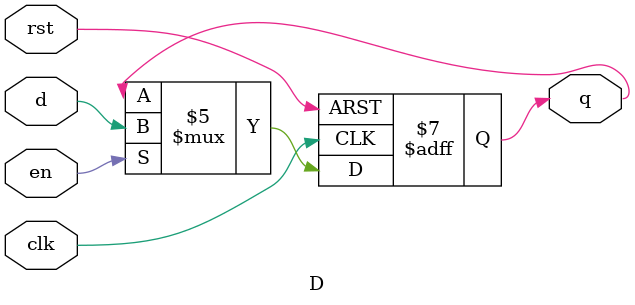
<source format=v>
`timescale 1ns / 1ps
module D(
	input d,en,clk,rst,
	output reg q
    );

	always @ (posedge clk or posedge rst)
		begin 
			if (rst == 1'b1)
				q<=0;
			else 
				begin 
					if (en == 1'b1)
						q<=d;
					else 
						q<=q;
				end
				
		end
endmodule

</source>
